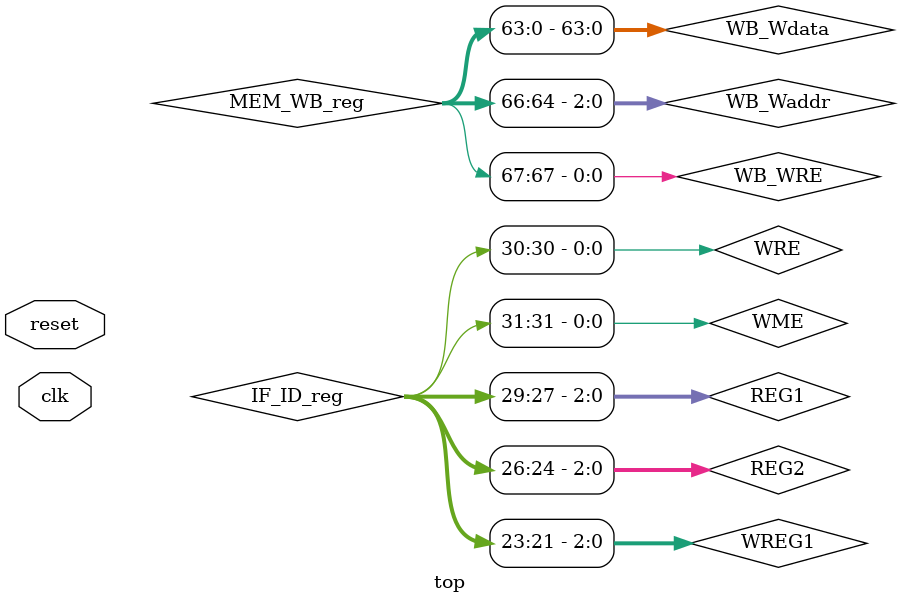
<source format=v>
`timescale 1ns / 1ps
module top(
input clk,
input reset
    );

reg [8:0] PC;
reg [31:0] inst_out;
wire [31:0] instruction;
reg [31:0]IF_ID_reg;


reg [67:0] MEM_WB_reg;

wire WB_WRE   = MEM_WB_reg[67];
wire [2:0] WB_Waddr = MEM_WB_reg[66:64];
wire [63:0] WB_Wdata = MEM_WB_reg[63:0];


//PC
always@(posedge clk or posedge reset)begin
	if(reset) PC <= 0;
	else PC <= PC+1;
end


//inst_mem
inst_mem instmem(
	.clka(clk),
	.addra(PC),
	.douta(instruction)
);


//IF_ID_reg
always@(posedge clk or posedge reset)begin
	if(reset) IF_ID_reg <= 0;
	else IF_ID_reg <= instruction;
end



wire WME = IF_ID_reg[31];
wire WRE = IF_ID_reg[30];
wire [2:0] REG1  = IF_ID_reg[29:27];
wire [2:0] REG2  = IF_ID_reg[26:24];
wire [2:0] WREG1 = IF_ID_reg[23:21];
wire [63:0] r0data, r1data;



//regfile
regfile regg(
	.clk(clk),
	.reset(reset),
	.wena(WB_WRE),
	.waddr(WB_Waddr),
	.wdata(WB_Wdata),
	.r0addr(REG1),
	.r1addr(REG2),
	.r0data(r0data),
	.r1data(r1data)
);


//ID_EX_reg
//WME(1) + WRE(1) + WReg1(3) + R1out(64) + R2out(64)= 133bits
reg [132:0] ID_EX_reg;

always@(posedge clk or posedge reset)begin
	if(reset) ID_EX_reg <= 0;
	else begin 
		ID_EX_reg[132] <= WME;
		ID_EX_reg[131] <= WRE;
		ID_EX_reg[130:128] <= WREG1;
		ID_EX_reg[127:64] <= r0data;
		ID_EX_reg[63:0] <= r1data;
	end
end

wire ID_EX_WME  = ID_EX_reg[132];
wire ID_EX_WRE  = ID_EX_reg[131];
wire [2:0] ID_EX_WREG1  = ID_EX_reg[130:128];
wire [63:0] ID_EX_r0data  = ID_EX_reg[127:64];
wire [63:0] ID_EX_r1data  = ID_EX_reg[63:0];


//EX_MEM_reg
reg [132:0] EX_MEM_reg;

always@(posedge clk or posedge reset)begin
	if(reset) EX_MEM_reg <= 0;
	else begin 
		EX_MEM_reg[132] <= ID_EX_WME;
		EX_MEM_reg[131] <= ID_EX_WRE;
		EX_MEM_reg[130:128] <= ID_EX_WREG1;
		EX_MEM_reg[127:64] <= ID_EX_r0data;
		EX_MEM_reg[63:0] <= ID_EX_r1data;
	end
end


wire EX_MEM_WME = EX_MEM_reg[132];
wire EX_MEM_WRE = EX_MEM_reg[131];
wire [2:0]  EX_MEM_WREG1 = EX_MEM_reg[130:128];
wire [63:0] EX_MEM_addr = EX_MEM_reg[127:64];
wire [63:0] EX_MEM_data = EX_MEM_reg[63:0];

wire [63:0] mem_dout;

data_mem datamem(
	.clka(clk),
	.dina(EX_MEM_data),
	.addra(EX_MEM_addr[7:0]),
	.wea(EX_MEM_WME),
	.douta(mem_dout)
);



//MEM_WB

always@(posedge clk or posedge reset)begin
	if(reset) MEM_WB_reg <= 0;
	else begin
		MEM_WB_reg[67] <= EX_MEM_WRE;
        MEM_WB_reg[66:64] <= EX_MEM_WREG1;
        MEM_WB_reg[63:0] <= mem_dout;
	end
end



endmodule

</source>
